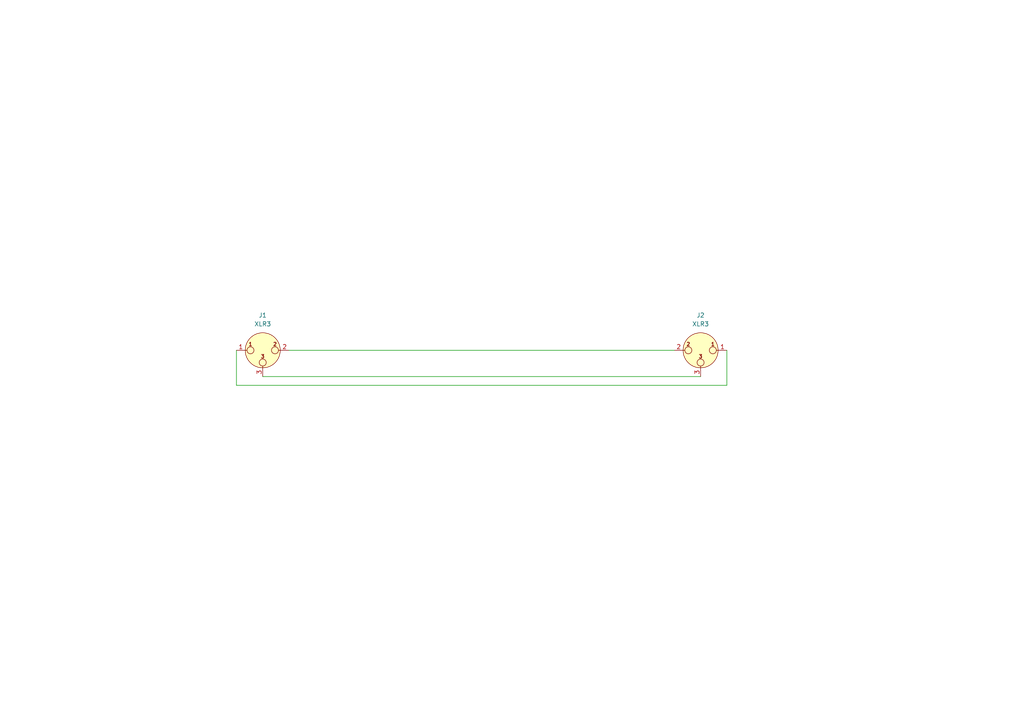
<source format=kicad_sch>
(kicad_sch (version 20231120) (generator "eeschema") (generator_version "8.0")
  (paper "A4")
  (lib_symbols
    (symbol "Connector_Audio:XLR3" (pin_names hide)
      (property "Reference" "J" (at 0 8.89 0))
      (property "Value" "XLR3" (at 0 6.35 0))
      (symbol "XLR3_0_1"
        (circle (center -3.556 0) (radius 1.016))
        (circle (center 0 -3.556) (radius 1.016))
        (polyline (pts (xy -5.08 0) (xy -4.572 0)))
        (polyline (pts (xy 0 -5.08) (xy 0 -4.572)))
        (polyline (pts (xy 5.08 0) (xy 4.572 0)))
        (circle (center 0 0) (radius 5.08) (fill (type background)))
        (circle (center 3.556 0) (radius 1.016))
        (text "1" (at -3.556 1.778 0) (effects (font (size 1.016 1.016) (bold yes))))
        (text "2" (at 3.556 1.778 0) (effects (font (size 1.016 1.016) (bold yes))))
        (text "3" (at 0 -1.778 0) (effects (font (size 1.016 1.016) (bold yes))))
        (pin passive line (at -7.62 0 0) (length 2.54) (name "~") (number "1"))
        (pin passive line (at 7.62 0 180) (length 2.54) (name "~") (number "2"))
        (pin passive line (at 0 -7.62 90) (length 2.54) (name "~") (number "3"))
      )
    )
  )
  (wire (pts (xy 83.82 101.6) (xy 195.58 101.6)))
  (wire (pts (xy 68.58 101.6) (xy 68.58 111.76)))
  (wire (pts (xy 76.2 109.22) (xy 203.2 109.22)))
  (wire (pts (xy 68.58 111.76) (xy 210.82 111.76)))
  (wire (pts (xy 210.82 101.6) (xy 210.82 111.76)))
  (symbol (lib_id "Connector_Audio:XLR3") (at 203.2 101.6 0) (mirror y) (unit 1)
    (property "Reference" "J2" (at 203.2 91.44 0))
    (property "Value" "XLR3" (at 203.2 93.98 0))
    (property "Footprint" "Connector_Audio:Jack_XLR_Neutrik_NC3FAAH-0_Horizontal" (effects (hide yes)))
    (property "Datasheet" " ~" (effects (hide yes)))
    (property "Description" "XLR Connector, Male or Female, 3 Pins" (effects (hide yes)))
  )
  (symbol (lib_id "Connector_Audio:XLR3") (at 76.2 101.6 0) (unit 1)
    (property "Reference" "J1" (at 76.2 91.44 0))
    (property "Value" "XLR3" (at 76.2 93.98 0))
    (property "Footprint" "Connector_Audio:Jack_XLR_Neutrik_NC3FAAH-0_Horizontal" (effects (hide yes)))
    (property "Datasheet" " ~" (effects (hide yes)))
    (property "Description" "XLR Connector, Male or Female, 3 Pins" (effects (hide yes)))
  )
)
</source>
